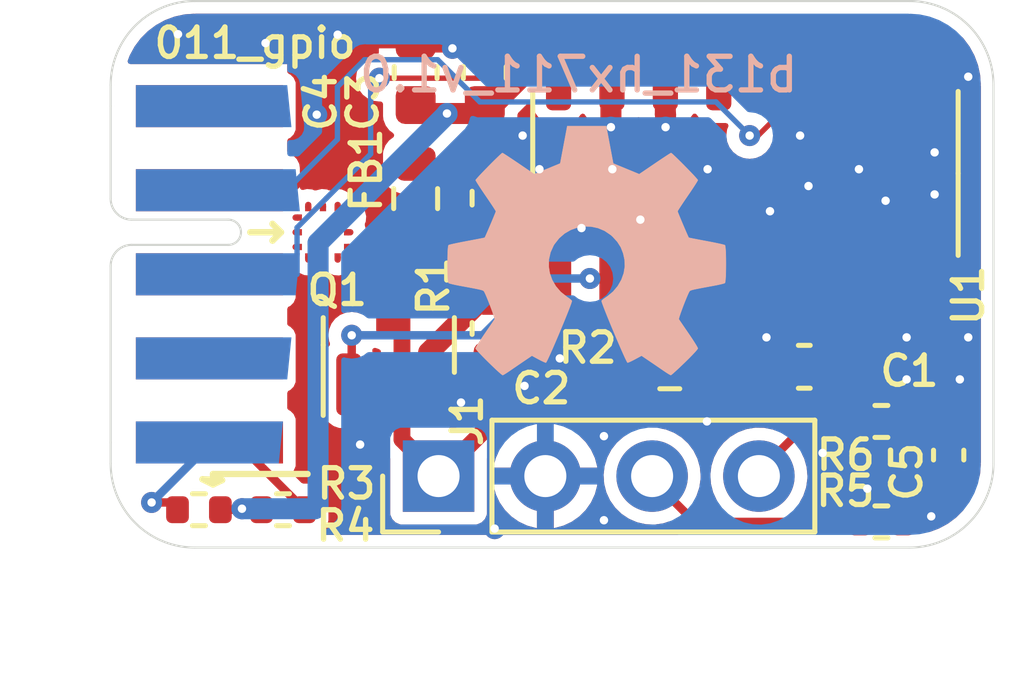
<source format=kicad_pcb>
(kicad_pcb (version 20211014) (generator pcbnew)
  (layers (0 "F.Cu" signal) (31 "B.Cu" signal) (34 "B.Paste" user) (35 "F.Paste" user) (36 "B.SilkS" user "B.Silkscreen") (37 "F.SilkS" user "F.Silkscreen") (38 "B.Mask" user) (39 "F.Mask" user) (44 "Edge.Cuts" user))
  (net 0 "")
  (net 1 "GND")
  (net 5 "/hx711_hall/VBG")
  (net 6 "/hx711_hall/VSUP")
  (net 7 "/hx711_hall/DVDD")
  (net 8 "/hx711_hall/AVDD")
  (net 9 "/hx711_hall/INNA")
  (net 10 "/hx711_hall/INPA")
  (net 11 "/hx711_hall/DOUT")
  (net 13 "/hx711_hall/PD_SCK")
  (net 14 "/hx711_hall/VIN")
  (net 15 "/hx711_hall/VIN_5")
  (net 16 "/hx711_hall/BASE")
  (net 17 "/hx711_hall/VFB")
  (net 18 "/hx711_hall/INNB")
  (net 19 "/hx711_hall/INPB")
  (net 20 "Net-(C5-Pad1)")
  (net 21 "Net-(C5-Pad2)")
  (footprint "Resistor_SMD:R_0603_1608Metric" (layer "F.Cu") (at 146.02101 93.476511 90)
    (fp_text reference "R1" (at -2.084713 0.423204 90) (layer "F.SilkS") (effects (font (size 0.7 0.7) (thickness 0.127))))
    (fp_text value "10k")
    (fp_line (start -0.237258 0.5225) (end 0.237258 0.5225) (layer "F.SilkS") (width 0.12))
    (fp_line (start -0.237258 -0.5225) (end 0.237258 -0.5225) (layer "F.SilkS") (width 0.12))
    (pad "1" smd roundrect locked (at -0.825 0 90) (size 0.8 0.95) (layers "F.Cu" "F.Paste" "F.Mask") (net 8 "/hx711_hall/AVDD"))
    (pad "2" smd roundrect locked (at 0.825 0 90) (size 0.8 0.95) (layers "F.Cu" "F.Paste" "F.Mask") (net 17 "/hx711_hall/VFB"))
  )
  (footprint "Capacitor_SMD:C_0603_1608Metric" (layer "F.Cu") (at 147.874008 96.564663 -90)
    (fp_text reference "C2" (at 1.42777 -1.136709) (layer "F.SilkS") (effects (font (size 0.7 0.7) (thickness 0.127))))
    (fp_text value "0.1uF")
    (fp_line (start -0.14058 0.51) (end 0.14058 0.51) (layer "F.SilkS") (width 0.12))
    (fp_line (start -0.14058 -0.51) (end 0.14058 -0.51) (layer "F.SilkS") (width 0.12))
    (pad "1" smd roundrect locked (at -0.775 0 270) (size 0.9 0.95) (layers "F.Cu" "F.Paste" "F.Mask") (net 6 "/hx711_hall/VSUP"))
    (pad "2" smd roundrect locked (at 0.775 0 270) (size 0.9 0.95) (layers "F.Cu" "F.Paste" "F.Mask") (net 1 "GND"))
  )
  (footprint "Resistor_SMD:R_0603_1608Metric" (layer "F.Cu") (at 152.06601 97.476511 180)
    (fp_text reference "R2" (at 1.955942 0.449899) (layer "F.SilkS") (effects (font (size 0.7 0.7) (thickness 0.127))))
    (fp_text value "10k")
    (fp_line (start -0.237258 0.5225) (end 0.237258 0.5225) (layer "F.SilkS") (width 0.12))
    (fp_line (start -0.237258 -0.5225) (end 0.237258 -0.5225) (layer "F.SilkS") (width 0.12))
    (pad "1" smd roundrect locked (at -0.825 0 180) (size 0.8 0.95) (layers "F.Cu" "F.Paste" "F.Mask") (net 17 "/hx711_hall/VFB"))
    (pad "2" smd roundrect locked (at 0.825 0 180) (size 0.8 0.95) (layers "F.Cu" "F.Paste" "F.Mask") (net 1 "GND"))
  )
  (footprint "on_edge:debug_edge_2x05_device" (layer "F.Cu") (at 138.76601 95.276511 -90)
    (fp_text reference "J2")
    (fp_text value "002_SPI")
    (fp_line (start -0.4 -5.05) (end -0.35 -5.05) (layer "F.Cu") (width 0.15))
    (fp_line (start -1.35 -5.65) (end -1.35 -5.7) (layer "F.Cu") (width 0.15))
    (fp_line (start -0.65 -5.65) (end -0.65 -5.7) (layer "F.Cu") (width 0.15))
    (fp_line (start -0.4 -5.4) (end -0.35 -5.4) (layer "F.Cu") (width 0.15))
    (fp_line (start -0.4 -4.7) (end -0.35 -4.7) (layer "F.Cu") (width 0.15))
    (fp_line (start -1.35 -4.45) (end -1.35 -4.4) (layer "F.Cu") (width 0.15))
    (fp_line (start -1.6 -4.7) (end -1.65 -4.7) (layer "F.Cu") (width 0.15))
    (fp_line (start -0.65 -4.45) (end -0.65 -4.4) (layer "F.Cu") (width 0.15))
    (fp_line (start -1.6 -5.4) (end -1.65 -5.4) (layer "F.Cu") (width 0.15))
    (fp_line (start -1 -5.65) (end -1 -5.7) (layer "F.Cu") (width 0.15))
    (fp_line (start -1.6 -5.05) (end -1.65 -5.05) (layer "F.Cu") (width 0.15))
    (fp_line (start -1 -4.45) (end -1 -4.4) (layer "F.Cu") (width 0.15))
    (fp_poly (pts (xy -0.5 -5.325) (xy -0.5 -5.475) (xy -0.375 -5.475) (xy -0.375 -5.325)) (layer "F.Cu") (width 0) (fill solid))
    (fp_poly (pts (xy -0.575 -5.55) (xy -0.725 -5.55) (xy -0.725 -5.675) (xy -0.575 -5.675)) (layer "F.Cu") (width 0) (fill solid))
    (fp_poly (pts (xy -1.075 -4.55) (xy -0.925 -4.55) (xy -0.925 -4.425) (xy -1.075 -4.425)) (layer "F.Cu") (width 0) (fill solid))
    (fp_poly (pts (xy -0.725 -4.55) (xy -0.575 -4.55) (xy -0.575 -4.425) (xy -0.725 -4.425)) (layer "F.Cu") (width 0) (fill solid))
    (fp_poly (pts (xy -1.5 -4.775) (xy -1.5 -4.625) (xy -1.625 -4.625) (xy -1.625 -4.775)) (layer "F.Cu") (width 0) (fill solid))
    (fp_poly (pts (xy -1.425 -4.55) (xy -1.275 -4.55) (xy -1.275 -4.425) (xy -1.425 -4.425)) (layer "F.Cu") (width 0) (fill solid))
    (fp_poly (pts (xy -0.5 -4.625) (xy -0.5 -4.775) (xy -0.375 -4.775) (xy -0.375 -4.625)) (layer "F.Cu") (width 0) (fill solid))
    (fp_poly (pts (xy -1.5 -5.475) (xy -1.5 -5.325) (xy -1.625 -5.325) (xy -1.625 -5.475)) (layer "F.Cu") (width 0) (fill solid))
    (fp_poly (pts (xy -1.5 -5.125) (xy -1.5 -4.975) (xy -1.625 -4.975) (xy -1.625 -5.125)) (layer "F.Cu") (width 0) (fill solid))
    (fp_poly (pts (xy -0.925 -5.55) (xy -1.075 -5.55) (xy -1.075 -5.675) (xy -0.925 -5.675)) (layer "F.Cu") (width 0) (fill solid))
    (fp_poly (pts (xy -1.275 -5.55) (xy -1.425 -5.55) (xy -1.425 -5.675) (xy -1.275 -5.675)) (layer "F.Cu") (width 0) (fill solid))
    (fp_poly (pts (xy -0.5 -4.975) (xy -0.5 -5.125) (xy -0.375 -5.125) (xy -0.375 -4.975)) (layer "F.Cu") (width 0) (fill solid))
    (fp_line (start -1.2 -3.85) (end -1 -4.05) (layer "F.SilkS") (width 0.153))
    (fp_line (start -1 -4.05) (end -1 -3.323) (layer "F.SilkS") (width 0.153))
    (fp_line (start -1 -4.05) (end -0.8 -3.85) (layer "F.SilkS") (width 0.153))
    (fp_line (start -4 0) (end -1.8 0) (layer "Edge.Cuts") (width 0.05))
    (fp_line (start -0.2 0) (end 4 0) (layer "Edge.Cuts") (width 0.05))
    (fp_line (start -0.7 -0.5) (end -0.7 -2.8) (layer "Edge.Cuts") (width 0.05))
    (fp_line (start -1.3 -2.8) (end -1.3 -0.5) (layer "Edge.Cuts") (width 0.05))
    (fp_arc (start -1.3 -2.8) (mid -1 -3.1) (end -0.7 -2.8) (layer "Edge.Cuts") (width 0.05))
    (fp_arc (start -1.3 -0.5) (mid -1.446447 -0.146447) (end -1.8 0) (layer "Edge.Cuts") (width 0.05))
    (fp_arc (start -0.2 0) (mid -0.553553 -0.146447) (end -0.7 -0.5) (layer "Edge.Cuts") (width 0.05))
    (pad "1" smd rect (at -2 -2.35 270) (size 1 3.5) (layers "F.Cu" "F.Mask") (net 1 "GND"))
    (pad "2" smd rect (at 0 -2.35 270) (size 1 3.5) (layers "F.Cu" "F.Mask"))
    (pad "3" smd custom (at -2 -2.1 270) (size 1 3) (layers "B.Cu" "B.Mask") (net 11 "/hx711_hall/DOUT") (options (clearance outline) (anchor rect)) (primitives (gr_poly (pts (xy 0.5 -0.99) (xy 0.48 -0.97) (xy 0.44 -0.92) (xy 0.4 -0.86) (xy 0.37 -0.81) (xy 0.35 -0.76) (xy 0.33 -0.7) (xy 0.31 -0.62) (xy 0.3 -0.51) (xy 0.3 1.5) (xy -0.5 1.5) (xy -0.5 -2.3) (xy 0.5 -2.4)) (width 0) (fill yes))))
    (pad "4" smd custom (at 0 -2.1 270) (size 1 3) (layers "B.Cu" "B.Mask") (net 13 "/hx711_hall/PD_SCK") (options (clearance outline) (anchor rect)) (primitives (gr_poly (pts (xy 0.5 -2.3) (xy 0.5 1.5) (xy -0.3 1.5) (xy -0.3 -0.51) (xy -0.31 -0.62) (xy -0.33 -0.7) (xy -0.35 -0.76) (xy -0.37 -0.81) (xy -0.4 -0.86) (xy -0.44 -0.92) (xy -0.48 -0.97) (xy -0.5 -0.99) (xy -0.5 -2.4)) (width 0) (fill yes))))
    (pad "5" smd rect (at 2 -2.35 90) (size 1 3.5) (layers "F.Cu" "F.Mask"))
    (pad "6" smd custom (at 2 -2.4 270) (size 1 3.6) (layers "B.Cu" "B.Mask") (options (clearance outline) (anchor rect)) (primitives (gr_poly (pts (xy 0.5 -1.8) (xy -0.5 -1.8) (xy -0.5 -1.9)) (width 0) (fill yes))))
    (pad "7" smd rect (at -4 -2.35 90) (size 1 3.5) (layers "F.Cu" "F.Mask"))
    (pad "8" smd custom (at -4 -2.4 270) (size 1 3.6) (layers "B.Cu" "B.Mask") (options (clearance outline) (anchor rect)) (primitives (gr_poly (pts (xy 0.5 -1.8) (xy -0.5 -1.8) (xy 0.5 -1.9)) (width 0) (fill yes))))
    (pad "9" smd rect (at 4 -2.35 90) (size 1 3.5) (layers "F.Cu" "F.Mask") (net 14 "/hx711_hall/VIN"))
    (pad "10" smd custom (at 4 -2.3 270) (size 1 3.4) (layers "B.Cu" "B.Mask") (net 15 "/hx711_hall/VIN_5") (options (clearance outline) (anchor rect)) (primitives (gr_poly (pts (xy 0.5 -1.7) (xy -0.5 -1.7) (xy -0.5 -1.8)) (width 0) (fill yes))))
    (zone (net 0) (net_name "") (layers F&B.Cu) (connect_pads (clearance 0)) (min_thickness 0.254)
      (keepout (tracks allowed) (vias not_allowed) (pads allowed) (copperpour not_allowed) (footprints not_allowed))
      (fill (thermal_gap 0.508) (thermal_bridge_width 0.508))
      (polygon (pts (xy 138.76601 100.276511) (xy 138.76601 90.276511) (xy 142.96601 90.276511) (xy 142.96601 100.276511)))
    )
  )
  (footprint "Package_TO_SOT_SMD:SOT-23" (layer "F.Cu") (at 145.382297 96.958098 90)
    (fp_text reference "Q1" (at 1.303254 -1.227973) (layer "F.SilkS") (effects (font (size 0.7 0.7) (thickness 0.127))))
    (fp_text value "BC807")
    (fp_line (start 0 1.56) (end -0.65 1.56) (layer "F.SilkS") (width 0.12))
    (fp_line (start 0 -1.56) (end -1.675 -1.56) (layer "F.SilkS") (width 0.12))
    (fp_line (start 0 -1.56) (end 0.65 -1.56) (layer "F.SilkS") (width 0.12))
    (fp_line (start 0 1.56) (end 0.65 1.56) (layer "F.SilkS") (width 0.12))
    (pad "1" smd roundrect (at -0.9375 -0.95 90) (size 1.475 0.6) (layers "F.Cu" "F.Paste" "F.Mask") (net 16 "/hx711_hall/BASE"))
    (pad "2" smd roundrect (at -0.9375 0.95 90) (size 1.475 0.6) (layers "F.Cu" "F.Paste" "F.Mask") (net 6 "/hx711_hall/VSUP"))
    (pad "3" smd roundrect (at 0.9375 0 90) (size 1.475 0.6) (layers "F.Cu" "F.Paste" "F.Mask") (net 8 "/hx711_hall/AVDD"))
  )
  (footprint "Resistor_SMD:R_0402_1005Metric" (layer "F.Cu") (at 142.86601 100.876511)
    (fp_text reference "R4" (at 1.481528 0.38262) (layer "F.SilkS") (effects (font (size 0.7 0.7) (thickness 0.127))))
    (fp_text value "0/DNP")
    (fp_line (start -0.153641 0.38) (end 0.153641 0.38) (layer "F.SilkS") (width 0.12))
    (fp_line (start -0.153641 -0.38) (end 0.153641 -0.38) (layer "F.SilkS") (width 0.12))
    (pad "1" smd roundrect locked (at -0.51 0) (size 0.54 0.64) (layers "F.Cu" "F.Paste" "F.Mask") (net 7 "/hx711_hall/DVDD"))
    (pad "2" smd roundrect locked (at 0.51 0) (size 0.54 0.64) (layers "F.Cu" "F.Paste" "F.Mask") (net 14 "/hx711_hall/VIN"))
  )
  (footprint "Resistor_SMD:R_0402_1005Metric" (layer "F.Cu") (at 140.86601 100.876511)
    (fp_text reference "R3" (at 3.50679 -0.617786) (layer "F.SilkS") (effects (font (size 0.7 0.7) (thickness 0.127))))
    (fp_text value "0/DNP")
    (fp_line (start -0.153641 0.38) (end 0.153641 0.38) (layer "F.SilkS") (width 0.12))
    (fp_line (start -0.153641 -0.38) (end 0.153641 -0.38) (layer "F.SilkS") (width 0.12))
    (pad "1" smd roundrect locked (at -0.51 0) (size 0.54 0.64) (layers "F.Cu" "F.Paste" "F.Mask") (net 15 "/hx711_hall/VIN_5"))
    (pad "2" smd roundrect locked (at 0.51 0) (size 0.54 0.64) (layers "F.Cu" "F.Paste" "F.Mask") (net 7 "/hx711_hall/DVDD"))
  )
  (footprint "Capacitor_SMD:C_0402_1005Metric_Pad0.74x0.62mm_HandSolder" (layer "F.Cu") (at 158.7 99.576511 90)
    (fp_text reference "C5" (at -0.4 -1 90) (layer "F.SilkS") (effects (font (size 0.7 0.7) (thickness 0.127))))
    (fp_text value "0.1uF")
    (fp_line (start -0.115835 -0.36) (end 0.115835 -0.36) (layer "F.SilkS") (width 0.12))
    (fp_line (start -0.115835 0.36) (end 0.115835 0.36) (layer "F.SilkS") (width 0.12))
    (pad "1" smd roundrect locked (at -0.5675 0 90) (size 0.735 0.62) (layers "F.Cu" "F.Paste" "F.Mask") (net 20 "Net-(C5-Pad1)"))
    (pad "2" smd roundrect locked (at 0.5675 0 90) (size 0.735 0.62) (layers "F.Cu" "F.Paste" "F.Mask") (net 21 "Net-(C5-Pad2)"))
  )
  (footprint "Resistor_SMD:R_0402_1005Metric" (layer "F.Cu") (at 157.1 98.776511)
    (fp_text reference "R6" (at -0.84883 0.798017) (layer "F.SilkS") (effects (font (size 0.7 0.7) (thickness 0.127))))
    (fp_text value "100")
    (fp_line (start -0.153641 0.38) (end 0.153641 0.38) (layer "F.SilkS") (width 0.12))
    (fp_line (start -0.153641 -0.38) (end 0.153641 -0.38) (layer "F.SilkS") (width 0.12))
    (pad "1" smd roundrect locked (at -0.51 0) (size 0.54 0.64) (layers "F.Cu" "F.Paste" "F.Mask") (net 10 "/hx711_hall/INPA"))
    (pad "2" smd roundrect locked (at 0.51 0) (size 0.54 0.64) (layers "F.Cu" "F.Paste" "F.Mask") (net 21 "Net-(C5-Pad2)"))
  )
  (footprint "Capacitor_SMD:C_0603_1608Metric" (layer "F.Cu") (at 155.26601 97.476511 180)
    (fp_text reference "C1" (at -2.5 -0.1) (layer "F.SilkS") (effects (font (size 0.7 0.7) (thickness 0.127))))
    (fp_text value "0.1uF")
    (fp_line (start -0.14058 -0.51) (end 0.14058 -0.51) (layer "F.SilkS") (width 0.12))
    (fp_line (start -0.14058 0.51) (end 0.14058 0.51) (layer "F.SilkS") (width 0.12))
    (pad "1" smd roundrect locked (at -0.775 0 180) (size 0.9 0.95) (layers "F.Cu" "F.Paste" "F.Mask") (net 5 "/hx711_hall/VBG"))
    (pad "2" smd roundrect locked (at 0.775 0 180) (size 0.9 0.95) (layers "F.Cu" "F.Paste" "F.Mask") (net 1 "GND"))
  )
  (footprint "Resistor_SMD:R_0402_1005Metric" (layer "F.Cu") (at 157.1 101.166511)
    (fp_text reference "R5" (at -0.858935 -0.733049) (layer "F.SilkS") (effects (font (size 0.7 0.7) (thickness 0.127))))
    (fp_text value "100")
    (fp_line (start -0.153641 0.38) (end 0.153641 0.38) (layer "F.SilkS") (width 0.12))
    (fp_line (start -0.153641 -0.38) (end 0.153641 -0.38) (layer "F.SilkS") (width 0.12))
    (pad "1" smd roundrect locked (at -0.51 0) (size 0.54 0.64) (layers "F.Cu" "F.Paste" "F.Mask") (net 9 "/hx711_hall/INNA"))
    (pad "2" smd roundrect locked (at 0.51 0) (size 0.54 0.64) (layers "F.Cu" "F.Paste" "F.Mask") (net 20 "Net-(C5-Pad1)"))
  )
  (footprint "hx711_fp:SOP-16_3.9x9.9mm_P1.27mm" (layer "F.Cu") (at 153.86601 92.876511 90)
    (fp_text reference "U1" (at -2.9 5.3 90) (layer "F.SilkS") (effects (font (size 0.7 0.7) (thickness 0.127))))
    (fp_text value "hx711")
    (fp_line (start 0 5.06) (end -1.95 5.06) (layer "F.SilkS") (width 0.12))
    (fp_line (start 0 -5.06) (end 1.95 -5.06) (layer "F.SilkS") (width 0.12))
    (fp_line (start 0 -5.06) (end -3.5 -5.06) (layer "F.SilkS") (width 0.12))
    (fp_line (start 0 5.06) (end 1.95 5.06) (layer "F.SilkS") (width 0.12))
    (pad "1" smd roundrect (at -2.5 -4.445 90) (size 2 0.6) (layers "F.Cu" "F.Paste" "F.Mask") (net 6 "/hx711_hall/VSUP"))
    (pad "2" smd roundrect (at -2.5 -3.175 90) (size 2 0.6) (layers "F.Cu" "F.Paste" "F.Mask") (net 16 "/hx711_hall/BASE"))
    (pad "3" smd roundrect (at -2.5 -1.905 90) (size 2 0.6) (layers "F.Cu" "F.Paste" "F.Mask") (net 8 "/hx711_hall/AVDD"))
    (pad "4" smd roundrect (at -2.5 -0.635 90) (size 2 0.6) (layers "F.Cu" "F.Paste" "F.Mask") (net 17 "/hx711_hall/VFB"))
    (pad "5" smd roundrect (at -2.5 0.635 90) (size 2 0.6) (layers "F.Cu" "F.Paste" "F.Mask") (net 1 "GND"))
    (pad "6" smd roundrect (at -2.5 1.905 90) (size 2 0.6) (layers "F.Cu" "F.Paste" "F.Mask") (net 5 "/hx711_hall/VBG"))
    (pad "7" smd roundrect (at -2.5 3.175 90) (size 2 0.6) (layers "F.Cu" "F.Paste" "F.Mask") (net 20 "Net-(C5-Pad1)"))
    (pad "8" smd roundrect (at -2.5 4.445 90) (size 2 0.6) (layers "F.Cu" "F.Paste" "F.Mask") (net 21 "Net-(C5-Pad2)"))
    (pad "9" smd roundrect (at 2.5 4.445 90) (size 2 0.6) (layers "F.Cu" "F.Paste" "F.Mask") (net 18 "/hx711_hall/INNB"))
    (pad "10" smd roundrect (at 2.5 3.175 90) (size 2 0.6) (layers "F.Cu" "F.Paste" "F.Mask") (net 19 "/hx711_hall/INPB"))
    (pad "11" smd roundrect (at 2.5 1.905 90) (size 2 0.6) (layers "F.Cu" "F.Paste" "F.Mask") (net 13 "/hx711_hall/PD_SCK"))
    (pad "12" smd roundrect (at 2.5 0.635 90) (size 2 0.6) (layers "F.Cu" "F.Paste" "F.Mask") (net 11 "/hx711_hall/DOUT"))
    (pad "13" smd roundrect (at 2.5 -0.635 90) (size 2 0.6) (layers "F.Cu" "F.Paste" "F.Mask"))
    (pad "14" smd roundrect (at 2.5 -1.905 90) (size 2 0.6) (layers "F.Cu" "F.Paste" "F.Mask") (net 1 "GND"))
    (pad "15" smd roundrect (at 2.5 -3.175 90) (size 2 0.6) (layers "F.Cu" "F.Paste" "F.Mask") (net 1 "GND"))
    (pad "16" smd roundrect (at 2.5 -4.445 90) (size 2 0.6) (layers "F.Cu" "F.Paste" "F.Mask") (net 7 "/hx711_hall/DVDD"))
  )
  (footprint "Capacitor_SMD:C_0603_1608Metric" (layer "F.Cu") (at 146.02101 90.476511 90)
    (fp_text reference "C4" (at -0.7 -2.255 90) (layer "F.SilkS") (effects (font (size 0.7 0.7) (thickness 0.127))))
    (fp_text value "0.1uF")
    (fp_line (start -0.14058 0.51) (end 0.14058 0.51) (layer "F.SilkS") (width 0.12))
    (fp_line (start -0.14058 -0.51) (end 0.14058 -0.51) (layer "F.SilkS") (width 0.12))
    (pad "1" smd roundrect locked (at -0.775 0 90) (size 0.9 0.95) (layers "F.Cu" "F.Paste" "F.Mask") (net 7 "/hx711_hall/DVDD"))
    (pad "2" smd roundrect locked (at 0.775 0 90) (size 0.9 0.95) (layers "F.Cu" "F.Paste" "F.Mask") (net 1 "GND"))
  )
  (footprint "Connector_PinHeader_2.54mm:PinHeader_1x04_P2.54mm_Vertical" (layer "F.Cu") (at 146.56601 100.076511 90)
    (fp_text reference "J1" (at 1.318717 0.677738 90) (layer "F.SilkS") (effects (font (size 0.7 0.7) (thickness 0.127))))
    (fp_text value "Conn_01x04_Male")
    (fp_line (start -1.33 8.95) (end 1.33 8.95) (layer "F.SilkS") (width 0.12))
    (fp_line (start -1.33 1.27) (end -1.33 8.95) (layer "F.SilkS") (width 0.12))
    (fp_line (start 1.33 1.27) (end 1.33 8.95) (layer "F.SilkS") (width 0.12))
    (fp_line (start -1.33 -1.33) (end 0 -1.33) (layer "F.SilkS") (width 0.12))
    (fp_line (start -1.33 1.27) (end 1.33 1.27) (layer "F.SilkS") (width 0.12))
    (fp_line (start -1.33 0) (end -1.33 -1.33) (layer "F.SilkS") (width 0.12))
    (pad "1" thru_hole rect (at 0 0 90) (size 1.7 1.7) (drill 1) (layers *.Cu *.Mask) (net 8 "/hx711_hall/AVDD"))
    (pad "2" thru_hole oval (at 0 2.54 90) (size 1.7 1.7) (drill 1) (layers *.Cu *.Mask) (net 1 "GND"))
    (pad "3" thru_hole oval (at 0 5.08 90) (size 1.7 1.7) (drill 1) (layers *.Cu *.Mask) (net 9 "/hx711_hall/INNA"))
    (pad "4" thru_hole oval (at 0 7.62 90) (size 1.7 1.7) (drill 1) (layers *.Cu *.Mask) (net 10 "/hx711_hall/INPA"))
  )
  (footprint "Inductor_SMD:L_0603_1608Metric" (layer "F.Cu") (at 147.874008 93.464663 90)
    (fp_text reference "FB1" (at 0.66572 -3.030112 90) (layer "F.SilkS") (effects (font (size 0.7 0.7) (thickness 0.127))))
    (fp_text value ">=1k")
    (fp_line (start -0.162779 0.51) (end 0.162779 0.51) (layer "F.SilkS") (width 0.12))
    (fp_line (start -0.162779 -0.51) (end 0.162779 -0.51) (layer "F.SilkS") (width 0.12))
    (pad "1" smd roundrect locked (at -0.7875 0 90) (size 0.875 0.95) (layers "F.Cu" "F.Paste" "F.Mask") (net 6 "/hx711_hall/VSUP"))
    (pad "2" smd roundrect locked (at 0.7875 0 90) (size 0.875 0.95) (layers "F.Cu" "F.Paste" "F.Mask") (net 7 "/hx711_hall/DVDD"))
  )
  (footprint "Capacitor_SMD:C_0603_1608Metric" (layer "F.Cu") (at 147.66601 90.476511 90)
    (fp_text reference "C3" (at -0.7 -2.9 90) (layer "F.SilkS") (effects (font (size 0.7 0.7) (thickness 0.127))))
    (fp_text value "0.1uF")
    (fp_line (start -0.14058 -0.51) (end 0.14058 -0.51) (layer "F.SilkS") (width 0.12))
    (fp_line (start -0.14058 0.51) (end 0.14058 0.51) (layer "F.SilkS") (width 0.12))
    (pad "1" smd roundrect locked (at -0.775 0 90) (size 0.9 0.95) (layers "F.Cu" "F.Paste" "F.Mask") (net 7 "/hx711_hall/DVDD"))
    (pad "2" smd roundrect locked (at 0.775 0 90) (size 0.9 0.95) (layers "F.Cu" "F.Paste" "F.Mask") (net 1 "GND"))
  )
  (footprint "Symbol:OSHW-Symbol_6.7x6mm_SilkScreen" (layer "B.Cu") (at 150.1 94.726511 180)
    (fp_text reference "LOGO1" hide)
    (fp_text value "Logo_Open_Hardware_Small" hide)
    (fp_poly (pts (xy 0.555814 2.531069) (xy 0.639635 2.086445) (xy 0.94892 1.958947) (xy 1.258206 1.831449) (xy 1.629246 2.083754) (xy 1.733157 2.154004) (xy 1.827087 2.216728) (xy 1.906652 2.269062) (xy 1.96747 2.308143) (xy 2.005157 2.331107) (xy 2.015421 2.336058) (xy 2.03391 2.323324) (xy 2.07342 2.288118) (xy 2.129522 2.234938) (xy 2.197787 2.168282) (xy 2.273786 2.092646) (xy 2.353092 2.012528) (xy 2.431275 1.932426) (xy 2.503907 1.856836) (xy 2.566559 1.790255) (xy 2.614803 1.737182) (xy 2.64421 1.702113) (xy 2.651241 1.690377) (xy 2.641123 1.66874) (xy 2.612759 1.621338) (xy 2.569129 1.552807) (xy 2.513218 1.467785) (xy 2.448006 1.370907) (xy 2.410219 1.31565) (xy 2.341343 1.214752) (xy 2.28014 1.123701) (xy 2.229578 1.04703) (xy 2.192628 0.989272) (xy 2.172258 0.954957) (xy 2.169197 0.947746) (xy 2.176136 0.927252) (xy 2.195051 0.879487) (xy 2.223087 0.811168) (xy 2.257391 0.729011) (xy 2.295109 0.63973) (xy 2.333387 0.550042) (xy 2.36937 0.466662) (xy 2.400206 0.396306) (xy 2.423039 0.34569) (xy 2.435017 0.321529) (xy 2.435724 0.320578) (xy 2.454531 0.315964) (xy 2.504618 0.305672) (xy 2.580793 0.290713) (xy 2.677865 0.272099) (xy 2.790643 0.250841) (xy 2.856442 0.238582) (xy 2.97695 0.215638) (xy 3.085797 0.193805) (xy 3.177476 0.174278) (xy 3.246481 0.158252) (xy 3.287304 0.146921) (xy 3.295511 0.143326) (xy 3.303548 0.118994) (xy 3.310033 0.064041) (xy 3.31497 -0.015108) (xy 3.318364 -0.112026) (xy 3.320218 -0.220287) (xy 3.320538 -0.333465) (xy 3.319327 -0.445135) (xy 3.31659 -0.548868) (xy 3.312331 -0.638241) (xy 3.306555 -0.706826) (xy 3.299267 -0.748197) (xy 3.294895 -0.75681) (xy 3.268764 -0.767133) (xy 3.213393 -0.781892) (xy 3.136107 -0.799352) (xy 3.04423 -0.81778) (xy 3.012158 -0.823741) (xy 2.857524 -0.852066) (xy 2.735375 -0.874876) (xy 2.641673 -0.89308) (xy 2.572384 -0.907583) (xy 2.523471 -0.919292) (xy 2.490897 -0.929115) (xy 2.470628 -0.937956) (xy 2.458626 -0.946724) (xy 2.456947 -0.948457) (xy 2.440184 -0.976371) (xy 2.414614 -1.030695) (xy 2.382788 -1.104777) (xy 2.34726 -1.191965) (xy 2.310583 -1.285608) (xy 2.275311 -1.379052) (xy 2.243996 -1.465647) (xy 2.219193 -1.53874) (xy 2.203454 -1.591678) (xy 2.199332 -1.617811) (xy 2.199676 -1.618726) (xy 2.213641 -1.640086) (xy 2.245322 -1.687084) (xy 2.291391 -1.754827) (xy 2.348518 -1.838423) (xy 2.413373 -1.932982) (xy 2.431843 -1.959854) (xy 2.497699 -2.057275) (xy 2.55565 -2.146163) (xy 2.602538 -2.221412) (xy 2.635207 -2.27792) (xy 2.6505 -2.310581) (xy 2.651241 -2.314593) (xy 2.638392 -2.335684) (xy 2.602888 -2.377464) (xy 2.549293 -2.435445) (xy 2.482171 -2.505135) (xy 2.406087 -2.582045) (xy 2.325604 -2.661683) (xy 2.245287 -2.739561) (xy 2.169699 -2.811186) (xy 2.103405 -2.87207) (xy 2.050969 -2.917721) (xy 2.016955 -2.94365) (xy 2.007545 -2.947883) (xy 1.985643 -2.937912) (xy 1.9408 -2.91102) (xy 1.880321 -2.871736) (xy 1.833789 -2.840117) (xy 1.749475 -2.782098) (xy 1.649626 -2.713784) (xy 1.549473 -2.645579) (xy 1.495627 -2.609075) (xy 1.313371 -2.4858) (xy 1.160381 -2.56852) (xy 1.090682 -2.604759) (xy 1.031414 -2.632926) (xy 0.991311 -2.648991) (xy 0.981103 -2.651226) (xy 0.968829 -2.634722) (xy 0.944613 -2.588082) (xy 0.910263 -2.515609) (xy 0.867588 -2.421606) (xy 0.818394 -2.310374) (xy 0.76449 -2.186215) (xy 0.707684 -2.053432) (xy 0.649782 -1.916327) (xy 0.592593 -1.779202) (xy 0.537924 -1.646358) (xy 0.487584 -1.522098) (xy 0.44338 -1.410725) (xy 0.407119 -1.316539) (xy 0.380609 -1.243844) (xy 0.365658 -1.196941) (xy 0.363254 -1.180833) (xy 0.382311 -1.160286) (xy 0.424036 -1.126933) (xy 0.479706 -1.087702) (xy 0.484378 -1.084599) (xy 0.628264 -0.969423) (xy 0.744283 -0.835053) (xy 0.83143 -0.685784) (xy 0.888699 -0.525913) (xy 0.915086 -0.359737) (xy 0.909585 -0.191552) (xy 0.87119 -0.025655) (xy 0.798895 0.133658) (xy 0.777626 0.168513) (xy 0.666996 0.309263) (xy 0.536302 0.422286) (xy 0.390064 0.506997) (xy 0.232808 0.562806) (xy 0.069057 0.589126) (xy -0.096667 0.58537) (xy -0.259838 0.55095) (xy -0.415935 0.485277) (xy -0.560433 0.387765) (xy -0.605131 0.348187) (xy -0.718888 0.224297) (xy -0.801782 0.093876) (xy -0.858644 -0.052315) (xy -0.890313 -0.197088) (xy -0.898131 -0.35986) (xy -0.872062 -0.52344) (xy -0.814755 -0.682298) (xy -0.728856 -0.830906) (xy -0.617014 -0.963735) (xy -0.481877 -1.075256) (xy -0.464117 -1.087011) (xy -0.40785 -1.125508) (xy -0.365077 -1.158863) (xy -0.344628 -1.18016) (xy -0.344331 -1.180833) (xy -0.348721 -1.203871) (xy -0.366124 -1.256157) (xy -0.394732 -1.33339) (xy -0.432735 -1.431268) (xy -0.478326 -1.545491) (xy -0.529697 -1.671758) (xy -0.585038 -1.805767) (xy -0.642542 -1.943218) (xy -0.700399 -2.079808) (xy -0.756802 -2.211237) (xy -0.809942 -2.333205) (xy -0.85801 -2.441409) (xy -0.899199 -2.531549) (xy -0.931699 -2.599323) (xy -0.953703 -2.64043) (xy -0.962564 -2.651226) (xy -0.98964 -2.642819) (xy -1.040303 -2.620272) (xy -1.105817 -2.587613) (xy -1.141841 -2.56852) (xy -1.294832 -2.4858) (xy -1.477088 -2.609075) (xy -1.570125 -2.672228) (xy -1.671985 -2.741727) (xy -1.767438 -2.807165) (xy -1.81525 -2.840117) (xy -1.882495 -2.885273) (xy -1.939436 -2.921057) (xy -1.978646 -2.942938) (xy -1.991381 -2.947563) (xy -2.009917 -2.935085) (xy -2.050941 -2.900252) (xy -2.110475 -2.846678) (xy -2.184542 -2.777983) (xy -2.269165 -2.697781) (xy -2.322685 -2.646286) (xy -2.416319 -2.554286) (xy -2.497241 -2.471999) (xy -2.562177 -2.402945) (xy -2.607858 -2.350644) (xy -2.631011 -2.318616) (xy -2.633232 -2.312116) (xy -2.622924 -2.287394) (xy -2.594439 -2.237405) (xy -2.550937 -2.167212) (xy -2.495577 -2.081875) (xy -2.43152 -1.986456) (xy -2.413303 -1.959854) (xy -2.346927 -1.863167) (xy -2.287378 -1.776117) (xy -2.237984 -1.703595) (xy -2.202075 -1.650493) (xy -2.182981 -1.621703) (xy -2.181136 -1.618726) (xy -2.183895 -1.595782) (xy -2.198538 -1.545336) (xy -2.222513 -1.474041) (xy -2.253266 -1.388547) (xy -2.288244 -1.295507) (xy -2.324893 -1.201574) (xy -2.360661 -1.113399) (xy -2.392994 -1.037634) (xy -2.419338 -0.980931) (xy -2.437142 -0.949943) (xy -2.438407 -0.948457) (xy -2.449294 -0.939601) (xy -2.467682 -0.930843) (xy -2.497606 -0.921277) (xy -2.543103 -0.909996) (xy -2.608209 -0.896093) (xy -2.696961 -0.878663) (xy -2.813393 -0.856798) (xy -2.961542 -0.829591) (xy -2.993618 -0.823741) (xy -3.088686 -0.805374) (xy -3.171565 -0.787405) (xy -3.23493 -0.771569) (xy -3.271458 -0.7596) (xy -3.276356 -0.75681) (xy -3.284427 -0.732072) (xy -3.290987 -0.67679) (xy -3.296033 -0.597389) (xy -3.299559 -0.500296) (xy -3.301561 -0.391938) (xy -3.302036 -0.27874) (xy -3.300977 -0.167128) (xy -3.298382 -0.063529) (xy -3.294246 0.025632) (xy -3.288563 0.093928) (xy -3.281331 0.134934) (xy -3.276971 0.143326) (xy -3.252698 0.151792) (xy -3.197426 0.165565) (xy -3.116662 0.18345) (xy -3.015912 0.204252) (xy -2.900683 0.226777) (xy -2.837902 0.238582) (xy -2.718787 0.260849) (xy -2.612565 0.281021) (xy -2.524427 0.298085) (xy -2.459566 0.311031) (xy -2.423174 0.318845) (xy -2.417184 0.320578) (xy -2.407061 0.34011) (xy -2.385662 0.387157) (xy -2.355839 0.454997) (xy -2.320445 0.536909) (xy -2.282332 0.626172) (xy -2.244353 0.716065) (xy -2.20936 0.799865) (xy -2.180206 0.870853) (xy -2.159743 0.922306) (xy -2.150823 0.947503) (xy -2.150657 0.948604) (xy -2.160769 0.968481) (xy -2.189117 1.014223) (xy -2.232723 1.081283) (xy -2.288606 1.165116) (xy -2.353787 1.261174) (xy -2.391679 1.31635) (xy -2.460725 1.417519) (xy -2.52205 1.50937) (xy -2.572663 1.587256) (xy -2.609571 1.646531) (xy -2.629782 1.682549) (xy -2.632701 1.690623) (xy -2.620153 1.709416) (xy -2.585463 1.749543) (xy -2.533063 1.806507) (xy -2.467384 1.875815) (xy -2.392856 1.952969) (xy -2.313913 2.033475) (xy -2.234983 2.112837) (xy -2.1605 2.18656) (xy -2.094894 2.250148) (xy -2.042596 2.299106) (xy -2.008039 2.328939) (xy -1.996478 2.336058) (xy -1.977654 2.326047) (xy -1.932631 2.297922) (xy -1.865787 2.254546) (xy -1.781499 2.198782) (xy -1.684144 2.133494) (xy -1.610707 2.083754) (xy -1.239667 1.831449) (xy -0.621095 2.086445) (xy -0.537275 2.531069) (xy -0.453454 2.975693) (xy 0.471994 2.975693) (xy 0.555814 2.531069)) (layer "B.SilkS") (width 0.01) (fill solid))
  )
  (gr_line (start 141.2 100.026511) (end 141.2 100.276511) (layer "F.SilkS") (width 0.15))
  (gr_line (start 143.45 100.026511) (end 141.2 100.026511) (layer "F.SilkS") (width 0.15))
  (gr_line (start 141.2 100.276511) (end 140.95 100.151511) (layer "F.SilkS") (width 0.15))
  (gr_line (start 141.2 100.276511) (end 141.417056 100.172832) (layer "F.SilkS") (width 0.15))
  (gr_line (start 141.417056 100.172832) (end 140.95 100.151511) (layer "F.SilkS") (width 0.15))
  (gr_line (start 157.76601 101.776511) (end 140.76601 101.776511) (layer "Edge.Cuts") (width 0.05))
  (gr_arc (start 138.76601 90.776511) (mid 139.351796 89.362297) (end 140.76601 88.776511) (layer "Edge.Cuts") (width 0.05))
  (gr_line (start 140.76601 88.776511) (end 157.76601 88.776511) (layer "Edge.Cuts") (width 0.05))
  (gr_arc (start 140.76601 101.776511) (mid 139.351796 101.190725) (end 138.76601 99.776511) (layer "Edge.Cuts") (width 0.05))
  (gr_line (start 138.76601 91.276511) (end 138.76601 90.776511) (layer "Edge.Cuts") (width 0.05))
  (gr_arc (start 157.76601 88.776511) (mid 159.180224 89.362297) (end 159.76601 90.776511) (layer "Edge.Cuts") (width 0.05))
  (gr_line (start 159.76601 90.776511) (end 159.76601 99.776511) (layer "Edge.Cuts") (width 0.05))
  (gr_line (start 138.76601 99.776511) (end 138.76601 99.276511) (layer "Edge.Cuts") (width 0.05))
  (gr_arc (start 159.76601 99.776511) (mid 159.180224 101.190725) (end 157.76601 101.776511) (layer "Edge.Cuts") (width 0.05))
  (gr_text "b131_hx711_v1.0" (at 149.9 90.526511) (layer "B.SilkS") (effects (font (size 0.8 0.8) (thickness 0.127)) (justify mirror)))
  (gr_text "011_gpio" (at 142.2 89.776511) (layer "F.SilkS") (effects (font (size 0.7 0.7) (thickness 0.127))))
  (segment (start 147.845888 97.931389) (end 147.66601 97.751511) (width 0.5) (layer "F.Cu") (net 1))
  (segment (start 154.50101 95.376511) (end 154.50101 97.466511) (width 0.5) (layer "F.Cu") (net 1))
  (segment (start 146.89601 89.901511) (end 146.06601 89.901511) (width 0.2) (layer "F.Cu") (net 1))
  (segment (start 143.668382 92.658129) (end 143.05 93.276511) (width 0.2) (layer "F.Cu") (net 1))
  (segment (start 143.668382 91.478883) (end 143.668382 92.658129) (width 0.2) (layer "F.Cu") (net 1))
  (segment (start 151.96101 90.376511) (end 151.96101 91.471511) (width 0.5) (layer "F.Cu") (net 1))
  (segment (start 150.66601 90.401511) (end 150.69101 90.376511) (width 0.5) (layer "F.Cu") (net 1))
  (segment (start 148.611132 97.931389) (end 147.845888 97.931389) (width 0.5) (layer "F.Cu") (net 1))
  (segment (start 143.05 93.276511) (end 141.11601 93.276511) (width 0.2) (layer "F.Cu") (net 1))
  (segment (start 147.66601 89.901511) (end 146.89601 89.901511) (width 0.2) (layer "F.Cu") (net 1))
  (segment (start 151.96601 91.476511) (end 151.96601 91.776511) (width 0.5) (layer "F.Cu") (net 1))
  (segment (start 151.96101 91.471511) (end 151.96601 91.476511) (width 0.5) (layer "F.Cu") (net 1))
  (segment (start 150.66601 91.776511) (end 150.66601 90.401511) (width 0.5) (layer "F.Cu") (net 1))
  (via (at 159.16601 96.776511) (size 0.5) (drill 0.2) (layers "F.Cu" "B.Cu") (net 1))
  (via (at 148.96601 92.776511) (size 0.5) (drill 0.2) (layers "F.Cu" "B.Cu") (net 1))
  (via (at 140.368517 89.565189) (size 0.5) (drill 0.2) (layers "F.Cu" "B.Cu") (net 1))
  (via (at 148.611132 97.931389) (size 0.5) (drill 0.2) (layers "F.Cu" "B.Cu") (net 1))
  (via (at 155.16601 91.976511) (size 0.5) (drill 0.2) (layers "F.Cu" "B.Cu") (net 1))
  (via (at 149.45 97.276511) (size 0.5) (drill 0.2) (layers "F.Cu" "B.Cu") (net 1))
  (via (at 159.16601 90.576511) (size 0.5) (drill 0.2) (layers "F.Cu" "B.Cu") (net 1))
  (via (at 149.96601 94.176511) (size 0.5) (drill 0.2) (layers "F.Cu" "B.Cu") (net 1))
  (via (at 157.2 93.526511) (size 0.5) (drill 0.2) (layers "F.Cu" "B.Cu") (net 1))
  (via (at 158.36601 92.376511) (size 0.5) (drill 0.2) (layers "F.Cu" "B.Cu") (net 1))
  (via (at 147.1 98.326511) (size 0.5) (drill 0.2) (layers "F.Cu" "B.Cu") (net 1))
  (via (at 157.7 97.776511) (size 0.5) (drill 0.2) (layers "F.Cu" "B.Cu") (net 1))
  (via (at 147.9 101.326511) (size 0.5) (drill 0.2) (layers "F.Cu" "B.Cu") (net 1))
  (via (at 158.96601 97.776511) (size 0.5) (drill 0.2) (layers "F.Cu" "B.Cu") (net 1))
  (via (at 150.7 92.776511) (size 0.5) (drill 0.2) (layers "F.Cu" "B.Cu") (net 1))
  (via (at 156.56601 92.776511) (size 0.5) (drill 0.2) (layers "F.Cu" "B.Cu") (net 1))
  (via (at 150.5 101.126511) (size 0.5) (drill 0.2) (layers "F.Cu" "B.Cu") (net 1))
  (via (at 156.76601 100.376511) (size 0.5) (drill 0.2) (layers "F.Cu" "B.Cu") (net 1))
  (via (at 151.96601 91.776511) (size 0.5) (drill 0.2) (layers "F.Cu" "B.Cu") (net 1))
  (via (at 152.96601 92.776511) (size 0.5) (drill 0.2) (layers "F.Cu" "B.Cu") (net 1))
  (via (at 144.16601 89.576511) (size 0.5) (drill 0.2) (layers "F.Cu" "B.Cu") (net 1))
  (via (at 158.36601 93.376511) (size 0.5) (drill 0.2) (layers "F.Cu" "B.Cu") (net 1))
  (via (at 146.89601 89.901511) (size 0.5) (drill 0.2) (layers "F.Cu" "B.Cu") (net 1))
  (via (at 144.7 99.326511) (size 0.5) (drill 0.2) (layers "F.Cu" "B.Cu") (net 1))
  (via (at 143.668382 91.478883) (size 0.5) (drill 0.2) (layers "F.Cu" "B.Cu") (net 1))
  (via (at 154.36601 96.776511) (size 0.5) (drill 0.2) (layers "F.Cu" "B.Cu") (net 1))
  (via (at 152.95 98.776511) (size 0.5) (drill 0.2) (layers "F.Cu" "B.Cu") (net 1))
  (via (at 151.36601 93.976511) (size 0.5) (drill 0.2) (layers "F.Cu" "B.Cu") (net 1))
  (via (at 142.45 89.776511) (size 0.5) (drill 0.2) (layers "F.Cu" "B.Cu") (net 1))
  (via (at 157.7 96.776511) (size 0.5) (drill 0.2) (layers "F.Cu" "B.Cu") (net 1))
  (via (at 155.36601 93.176511) (size 0.5) (drill 0.2) (layers "F.Cu" "B.Cu") (net 1))
  (via (at 150.66601 91.776511) (size 0.5) (drill 0.2) (layers "F.Cu" "B.Cu") (net 1))
  (via (at 150.5 99.126511) (size 0.5) (drill 0.2) (layers "F.Cu" "B.Cu") (net 1))
  (via (at 148.56601 91.976511) (size 0.5) (drill 0.2) (layers "F.Cu" "B.Cu") (net 1))
  (via (at 154.45 93.776511) (size 0.5) (drill 0.2) (layers "F.Cu" "B.Cu") (net 1))
  (via (at 158.285731 101.034426) (size 0.5) (drill 0.2) (layers "F.Cu" "B.Cu") (net 1))
  (via (at 155.7 99.526511) (size 0.5) (drill 0.2) (layers "F.Cu" "B.Cu") (net 1))
  (segment (start 155.77101 95.376511) (end 155.77101 97.206511) (width 0.5) (layer "F.Cu") (net 5))
  (segment (start 155.77101 97.206511) (end 156.04101 97.476511) (width 0.5) (layer "F.Cu") (net 5))
  (segment (start 147.874008 95.789663) (end 147.874008 94.252163) (width 0.5) (layer "F.Cu") (net 6))
  (segment (start 149.42101 95.376511) (end 148.09101 95.376511) (width 0.5) (layer "F.Cu") (net 6))
  (segment (start 146.332297 97.135224) (end 146.332297 97.895598) (width 0.5) (layer "F.Cu") (net 6))
  (segment (start 148.09101 95.376511) (end 146.332297 97.135224) (width 0.5) (layer "F.Cu") (net 6))
  (segment (start 148.74101 90.376511) (end 147.66601 91.451511) (width 0.5) (layer "F.Cu") (net 7))
  (segment (start 149.42101 90.376511) (end 148.74101 90.376511) (width 0.5) (layer "F.Cu") (net 7))
  (segment (start 142.35601 100.876511) (end 141.37601 100.876511) (width 0.2) (layer "F.Cu") (net 7))
  (segment (start 147.66601 91.451511) (end 147.66601 92.469165) (width 0.5) (layer "F.Cu") (net 7))
  (segment (start 147.66601 91.451511) (end 146.76601 91.451511) (width 0.5) (layer "F.Cu") (net 7))
  (segment (start 146.76601 91.451511) (end 146.06601 91.451511) (width 0.5) (layer "F.Cu") (net 7))
  (segment (start 147.66601 92.469165) (end 147.874008 92.677163) (width 0.5) (layer "F.Cu") (net 7))
  (via (at 141.889499 100.853022) (size 0.5) (drill 0.2) (layers "F.Cu" "B.Cu") (net 7))
  (via (at 146.76601 91.451511) (size 0.5) (drill 0.2) (layers "F.Cu" "B.Cu") (net 7))
  (segment (start 143.7 94.528542) (end 143.7 100.776511) (width 0.5) (layer "B.Cu") (net 7))
  (segment (start 143.7 100.776511) (end 143.623489 100.853022) (width 0.5) (layer "B.Cu") (net 7))
  (segment (start 146.76601 91.462532) (end 143.7 94.528542) (width 0.5) (layer "B.Cu") (net 7))
  (segment (start 143.623489 100.853022) (end 141.889499 100.853022) (width 0.5) (layer "B.Cu") (net 7))
  (segment (start 146.76601 91.451511) (end 146.76601 91.462532) (width 0.5) (layer "B.Cu") (net 7))
  (segment (start 145.695532 99.206033) (end 145.695532 94.626989) (width 0.4) (layer "F.Cu") (net 8))
  (segment (start 146.56601 100.076511) (end 148.134612 98.507909) (width 0.4) (layer "F.Cu") (net 8))
  (segment (start 145.695532 94.626989) (end 146.02101 94.301511) (width 0.4) (layer "F.Cu") (net 8))
  (segment (start 148.134612 98.507909) (end 151.429223 98.507909) (width 0.4) (layer "F.Cu") (net 8))
  (segment (start 151.96753 95.383031) (end 151.96101 95.376511) (width 0.4) (layer "F.Cu") (net 8))
  (segment (start 151.96753 97.969602) (end 151.96753 95.383031) (width 0.4) (layer "F.Cu") (net 8))
  (segment (start 146.56601 100.076511) (end 145.695532 99.206033) (width 0.4) (layer "F.Cu") (net 8))
  (segment (start 151.429223 98.507909) (end 151.96753 97.969602) (width 0.4) (layer "F.Cu") (net 8))
  (segment (start 156.45601 101.166511) (end 152.65601 101.166511) (width 0.2) (layer "F.Cu") (net 9))
  (segment (start 152.65601 101.166511) (end 151.64601 100.156511) (width 0.2) (layer "F.Cu") (net 9))
  (segment (start 154.18601 99.976511) (end 155.38601 98.776511) (width 0.2) (layer "F.Cu") (net 10))
  (segment (start 155.38601 98.776511) (end 156.45601 98.776511) (width 0.2) (layer "F.Cu") (net 10))
  (segment (start 154.50101 90.376511) (end 154.50101 91.641511) (width 0.127) (layer "F.Cu") (net 11))
  (segment (start 154.16601 91.976511) (end 153.96601 91.976511) (width 0.127) (layer "F.Cu") (net 11))
  (segment (start 154.50101 91.641511) (end 154.16601 91.976511) (width 0.127) (layer "F.Cu") (net 11))
  (via (at 153.96601 91.976511) (size 0.5) (drill 0.2) (layers "F.Cu" "B.Cu") (net 11))
  (segment (start 140.86601 93.276511) (end 142.95 93.276511) (width 0.127) (layer "B.Cu") (net 11))
  (segment (start 144.15998 90.816531) (end 144.805031 90.17148) (width 0.127) (layer "B.Cu") (net 11))
  (segment (start 146.543708 90.17148) (end 147.548739 91.176511) (width 0.127) (layer "B.Cu") (net 11))
  (segment (start 144.15998 92.066531) (end 144.15998 90.816531) (width 0.127) (layer "B.Cu") (net 11))
  (segment (start 144.805031 90.17148) (end 146.543708 90.17148) (width 0.127) (layer "B.Cu") (net 11))
  (segment (start 147.548739 91.176511) (end 153.16601 91.176511) (width 0.127) (layer "B.Cu") (net 11))
  (segment (start 142.95 93.276511) (end 144.15998 92.066531) (width 0.127) (layer "B.Cu") (net 11))
  (segment (start 153.16601 91.176511) (end 153.96601 91.976511) (width 0.127) (layer "B.Cu") (net 11))
  (segment (start 155.77101 90.165651) (end 154.79185 89.186491) (width 0.127) (layer "F.Cu") (net 13))
  (segment (start 154.79185 89.186491) (end 149.12105 89.186491) (width 0.127) (layer "F.Cu") (net 13))
  (segment (start 148.33103 89.976511) (end 148.33103 90.098417) (width 0.127) (layer "F.Cu") (net 13))
  (segment (start 155.77101 90.376511) (end 155.77101 90.165651) (width 0.127) (layer "F.Cu") (net 13))
  (segment (start 147.817956 90.611491) (end 145.15803 90.611491) (width 0.127) (layer "F.Cu") (net 13))
  (segment (start 149.12105 89.186491) (end 148.33103 89.976511) (width 0.127) (layer "F.Cu") (net 13))
  (segment (start 148.33103 90.098417) (end 147.817956 90.611491) (width 0.127) (layer "F.Cu") (net 13))
  (via (at 145.15803 90.611491) (size 0.5) (drill 0.2) (layers "F.Cu" "B.Cu") (net 13))
  (segment (start 143.2 95.276511) (end 143.2 94.164791) (width 0.127) (layer "B.Cu") (net 13))
  (segment (start 143.89414 93.470651) (end 144.95 92.414792) (width 0.127) (layer "B.Cu") (net 13))
  (segment (start 143.2 94.164791) (end 143.89414 93.470651) (width 0.127) (layer "B.Cu") (net 13))
  (segment (start 144.95 90.819521) (end 145.15803 90.611491) (width 0.127) (layer "B.Cu") (net 13))
  (segment (start 140.86601 95.276511) (end 143.2 95.276511) (width 0.127) (layer "B.Cu") (net 13))
  (segment (start 144.95 92.414792) (end 144.95 90.819521) (width 0.127) (layer "B.Cu") (net 13))
  (segment (start 141.77601 99.276511) (end 141.11601 99.276511) (width 0.2) (layer "F.Cu") (net 14))
  (segment (start 143.37601 100.876511) (end 141.77601 99.276511) (width 0.2) (layer "F.Cu") (net 14))
  (segment (start 139.740217 100.703756) (end 140.183255 100.703756) (width 0.2) (layer "F.Cu") (net 15))
  (segment (start 140.183255 100.703756) (end 140.35601 100.876511) (width 0.2) (layer "F.Cu") (net 15))
  (via (at 139.740217 100.703756) (size 0.5) (drill 0.2) (layers "F.Cu" "B.Cu") (net 15))
  (segment (start 141.06601 99.377963) (end 139.740217 100.703756) (width 0.2) (layer "B.Cu") (net 15))
  (segment (start 141.06601 99.276511) (end 141.06601 99.377963) (width 0.2) (layer "B.Cu") (net 15))
  (segment (start 144.5 96.726511) (end 144.5 97.827895) (width 0.2) (layer "F.Cu") (net 16))
  (segment (start 150.16601 95.376511) (end 150.69101 95.376511) (width 0.127) (layer "F.Cu") (net 16))
  (segment (start 144.5 97.827895) (end 144.432297 97.895598) (width 0.2) (layer "F.Cu") (net 16))
  (via (at 150.16601 95.376511) (size 0.5) (drill 0.2) (layers "F.Cu" "B.Cu") (net 16))
  (via (at 144.5 96.726511) (size 0.5) (drill 0.2) (layers "F.Cu" "B.Cu") (net 16))
  (segment (start 144.5 96.726511) (end 147.61601 96.726511) (width 0.2) (layer "B.Cu") (net 16))
  (segment (start 148.96601 95.376511) (end 150.16601 95.376511) (width 0.2) (layer "B.Cu") (net 16))
  (segment (start 147.61601 96.726511) (end 148.96601 95.376511) (width 0.2) (layer "B.Cu") (net 16))
  (segment (start 146.02101 92.651511) (end 146.905999 93.5365) (width 0.127) (layer "F.Cu") (net 17))
  (segment (start 152.925999 93.5365) (end 153.23101 93.841511) (width 0.127) (layer "F.Cu") (net 17))
  (segment (start 146.905999 93.5365) (end 152.925999 93.5365) (width 0.127) (layer "F.Cu") (net 17))
  (segment (start 153.23101 97.136511) (end 153.23101 93.841511) (width 0.127) (layer "F.Cu") (net 17))
  (segment (start 152.89101 97.476511) (end 153.23101 97.136511) (width 0.127) (layer "F.Cu") (net 17))
  (segment (start 157.04101 95.376511) (end 157.1 95.435501) (width 0.2) (layer "F.Cu") (net 20))
  (segment (start 157.73351 100.909011) (end 157.47601 101.166511) (width 0.2) (layer "F.Cu") (net 20))
  (segment (start 157.73351 100.144011) (end 158.56601 100.144011) (width 0.2) (layer "F.Cu") (net 20))
  (segment (start 157.1 95.435501) (end 157.1 99.510501) (width 0.2) (layer "F.Cu") (net 20))
  (segment (start 157.73351 100.144011) (end 157.73351 100.909011) (width 0.2) (layer "F.Cu") (net 20))
  (segment (start 157.1 99.510501) (end 157.73351 100.144011) (width 0.2) (layer "F.Cu") (net 20))
  (segment (start 158.54101 98.776511) (end 158.76601 99.001511) (width 0.2) (layer "F.Cu") (net 21))
  (segment (start 158.31101 95.376511) (end 158.31101 98.546511) (width 0.2) (layer "F.Cu") (net 21))
  (segment (start 158.31101 98.546511) (end 158.76601 99.001511) (width 0.2) (layer "F.Cu") (net 21))
  (segment (start 157.47601 98.776511) (end 158.54101 98.776511) (width 0.2) (layer "F.Cu") (net 21))
  (zone (net 1) (net_name "GND") (layers F&B.Cu) (connect_pads (clearance 0.3)) (min_thickness 0.127) (fill yes (thermal_gap 0.4) (thermal_bridge_width 0.4))
    (polygon (pts (xy 138.76601 88.776511) (xy 159.76601 88.776511) (xy 159.76601 101.776511) (xy 138.76601 101.776511)))
  )
)
</source>
